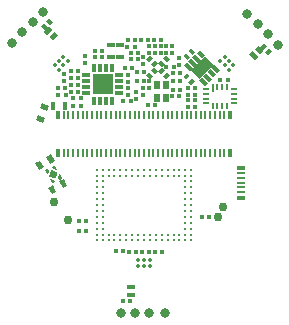
<source format=gbs>
G75*
%MOIN*%
%OFA0B0*%
%FSLAX25Y25*%
%IPPOS*%
%LPD*%
%AMOC8*
5,1,8,0,0,1.08239X$1,22.5*
%
%ADD10C,0.01381*%
%ADD11R,0.01106X0.03153*%
%ADD12R,0.01578X0.03153*%
%ADD13R,0.01775X0.01381*%
%ADD14R,0.01381X0.01775*%
%ADD15R,0.01775X0.02562*%
%ADD16R,0.02562X0.01775*%
%ADD17C,0.02956*%
%ADD18C,0.00987*%
%ADD19C,0.00200*%
%ADD20R,0.02169X0.02562*%
%ADD21R,0.01086X0.02023*%
%ADD22R,0.01086X0.02810*%
%ADD23R,0.02023X0.01086*%
%ADD24R,0.03153X0.01106*%
%ADD25R,0.03153X0.01578*%
%ADD26C,0.03153*%
%ADD27R,0.02562X0.01578*%
%ADD28R,0.01578X0.02562*%
%ADD29R,0.02700X0.01400*%
%ADD30R,0.04100X0.06500*%
%ADD31R,0.03000X0.01400*%
%ADD32R,0.01400X0.03000*%
%ADD33R,0.06700X0.06700*%
D10*
X0088479Y0083105D03*
X0088479Y0085073D03*
X0090447Y0085073D03*
X0090447Y0083105D03*
X0092416Y0083105D03*
X0092416Y0085073D03*
X0118704Y0148538D03*
X0120096Y0149930D03*
X0118704Y0151322D03*
X0117312Y0152714D03*
X0115920Y0151322D03*
X0117312Y0149930D03*
X0064975Y0151322D03*
X0063583Y0152714D03*
X0062191Y0151322D03*
X0060799Y0149930D03*
X0062191Y0148538D03*
X0063583Y0149930D03*
D11*
X0063676Y0133242D03*
X0065251Y0133242D03*
X0066825Y0133242D03*
X0068400Y0133242D03*
X0069975Y0133242D03*
X0071550Y0133242D03*
X0073125Y0133242D03*
X0074699Y0133242D03*
X0076274Y0133242D03*
X0077849Y0133242D03*
X0079424Y0133242D03*
X0080999Y0133242D03*
X0082573Y0133242D03*
X0084148Y0133242D03*
X0085723Y0133242D03*
X0087298Y0133242D03*
X0088873Y0133242D03*
X0090447Y0133242D03*
X0092022Y0133242D03*
X0093597Y0133242D03*
X0095172Y0133242D03*
X0096747Y0133242D03*
X0098321Y0133242D03*
X0099896Y0133242D03*
X0101471Y0133242D03*
X0103046Y0133242D03*
X0104621Y0133242D03*
X0106195Y0133242D03*
X0107770Y0133242D03*
X0109345Y0133242D03*
X0110920Y0133242D03*
X0112495Y0133242D03*
X0114069Y0133242D03*
X0115644Y0133242D03*
X0117219Y0133242D03*
X0117219Y0120762D03*
X0115644Y0120762D03*
X0114069Y0120762D03*
X0112495Y0120762D03*
X0110920Y0120762D03*
X0109345Y0120762D03*
X0107770Y0120762D03*
X0106195Y0120762D03*
X0104621Y0120762D03*
X0103046Y0120762D03*
X0101471Y0120762D03*
X0099896Y0120762D03*
X0098321Y0120762D03*
X0096747Y0120762D03*
X0095172Y0120762D03*
X0093597Y0120762D03*
X0092022Y0120762D03*
X0090447Y0120762D03*
X0088873Y0120762D03*
X0087298Y0120762D03*
X0085723Y0120762D03*
X0084148Y0120762D03*
X0082573Y0120762D03*
X0080999Y0120762D03*
X0079424Y0120762D03*
X0077849Y0120762D03*
X0076274Y0120762D03*
X0074699Y0120762D03*
X0073125Y0120762D03*
X0071550Y0120762D03*
X0069975Y0120762D03*
X0068400Y0120762D03*
X0066825Y0120762D03*
X0065251Y0120762D03*
X0063676Y0120762D03*
D12*
X0061806Y0120762D03*
X0061806Y0133242D03*
X0119089Y0133242D03*
X0119089Y0120762D03*
D13*
X0107573Y0136057D03*
X0107573Y0138420D03*
X0107573Y0140034D03*
X0107573Y0142396D03*
X0105014Y0142357D03*
X0105014Y0139994D03*
X0105014Y0138420D03*
X0105014Y0136057D03*
X0092219Y0142357D03*
X0090172Y0142357D03*
X0090172Y0139994D03*
X0087888Y0138813D03*
X0087888Y0141175D03*
X0085251Y0140152D03*
X0085251Y0142514D03*
X0085172Y0144404D03*
X0085172Y0146766D03*
X0090223Y0150279D03*
X0090223Y0152642D03*
X0092022Y0154168D03*
X0093991Y0154168D03*
X0095959Y0154168D03*
X0097928Y0154168D03*
X0099896Y0154168D03*
X0099896Y0156530D03*
X0097928Y0156530D03*
X0095959Y0156530D03*
X0093991Y0156530D03*
X0092022Y0156530D03*
X0102022Y0152514D03*
X0102022Y0150152D03*
X0092219Y0144719D03*
X0070802Y0150585D03*
X0070802Y0152947D03*
X0063873Y0146963D03*
X0063873Y0144601D03*
X0066747Y0138892D03*
X0066747Y0136530D03*
X0069558Y0136530D03*
X0069558Y0138892D03*
D14*
X0068558Y0140908D03*
X0068558Y0143241D03*
X0068558Y0145574D03*
X0068558Y0147908D03*
X0066195Y0147908D03*
X0066195Y0145574D03*
X0066195Y0143241D03*
X0064069Y0142475D03*
X0064306Y0139994D03*
X0066195Y0140908D03*
X0061943Y0139994D03*
X0061707Y0142475D03*
X0073951Y0152672D03*
X0073951Y0154876D03*
X0076314Y0154876D03*
X0076314Y0152672D03*
X0083991Y0148971D03*
X0086353Y0148971D03*
X0088220Y0147709D03*
X0090582Y0147709D03*
G36*
X0091253Y0146779D02*
X0092229Y0147755D01*
X0093483Y0146501D01*
X0092507Y0145525D01*
X0091253Y0146779D01*
G37*
X0090447Y0144719D03*
X0088085Y0144719D03*
G36*
X0092924Y0148449D02*
X0093900Y0149425D01*
X0095154Y0148171D01*
X0094178Y0147195D01*
X0092924Y0148449D01*
G37*
G36*
X0094178Y0151692D02*
X0095154Y0150716D01*
X0093900Y0149462D01*
X0092924Y0150438D01*
X0094178Y0151692D01*
G37*
G36*
X0092507Y0153362D02*
X0093483Y0152386D01*
X0092229Y0151132D01*
X0091253Y0152108D01*
X0092507Y0153362D01*
G37*
X0088473Y0154168D03*
X0088473Y0152199D03*
X0086110Y0152199D03*
X0086110Y0154168D03*
X0084936Y0155979D03*
X0085172Y0158262D03*
X0087534Y0158262D03*
X0089424Y0158262D03*
X0087298Y0155979D03*
X0091786Y0158262D03*
X0093676Y0158262D03*
X0096038Y0158262D03*
G36*
X0099091Y0152108D02*
X0098115Y0151132D01*
X0096861Y0152386D01*
X0097837Y0153362D01*
X0099091Y0152108D01*
G37*
G36*
X0097420Y0150438D02*
X0096444Y0149462D01*
X0095190Y0150716D01*
X0096166Y0151692D01*
X0097420Y0150438D01*
G37*
X0097928Y0149443D03*
G36*
X0096087Y0147195D02*
X0095111Y0148171D01*
X0096365Y0149425D01*
X0097341Y0148449D01*
X0096087Y0147195D01*
G37*
G36*
X0097758Y0145525D02*
X0096782Y0146501D01*
X0098036Y0147755D01*
X0099012Y0146779D01*
X0097758Y0145525D01*
G37*
X0100093Y0144719D03*
X0102455Y0144719D03*
X0102337Y0147238D03*
X0099975Y0147238D03*
X0100290Y0149443D03*
G36*
X0104434Y0145226D02*
X0103458Y0146202D01*
X0104712Y0147456D01*
X0105688Y0146480D01*
X0104434Y0145226D01*
G37*
G36*
X0106104Y0143556D02*
X0105128Y0144532D01*
X0106382Y0145786D01*
X0107358Y0144810D01*
X0106104Y0143556D01*
G37*
X0102455Y0141727D03*
X0102258Y0139601D03*
X0099896Y0139601D03*
X0100093Y0141727D03*
X0094148Y0136884D03*
X0091786Y0136884D03*
X0085959Y0138026D03*
X0083597Y0138026D03*
G36*
X0105845Y0152800D02*
X0104869Y0151824D01*
X0103615Y0153078D01*
X0104591Y0154054D01*
X0105845Y0152800D01*
G37*
G36*
X0107516Y0154470D02*
X0106540Y0153494D01*
X0105286Y0154748D01*
X0106262Y0155724D01*
X0107516Y0154470D01*
G37*
X0115920Y0145034D03*
X0118282Y0145034D03*
G36*
X0130202Y0155051D02*
X0129226Y0156027D01*
X0130480Y0157281D01*
X0131456Y0156305D01*
X0130202Y0155051D01*
G37*
G36*
X0131872Y0153380D02*
X0130896Y0154356D01*
X0132150Y0155610D01*
X0133126Y0154634D01*
X0131872Y0153380D01*
G37*
X0112140Y0099364D03*
X0109778Y0099364D03*
X0096353Y0087829D03*
X0093991Y0087829D03*
X0092022Y0087829D03*
X0089660Y0087829D03*
X0087692Y0087829D03*
X0085329Y0087829D03*
X0083558Y0088223D03*
X0081195Y0088223D03*
X0071156Y0094719D03*
X0071117Y0098065D03*
X0068755Y0098065D03*
X0068794Y0094719D03*
X0083282Y0071451D03*
X0085644Y0071451D03*
G36*
X0058462Y0162819D02*
X0057486Y0161843D01*
X0056232Y0163097D01*
X0057208Y0164073D01*
X0058462Y0162819D01*
G37*
G36*
X0060132Y0164490D02*
X0059156Y0163514D01*
X0057902Y0164768D01*
X0058878Y0165744D01*
X0060132Y0164490D01*
G37*
D15*
X0060001Y0136530D03*
G36*
X0055741Y0135636D02*
X0056283Y0137324D01*
X0058721Y0136540D01*
X0058179Y0134852D01*
X0055741Y0135636D01*
G37*
G36*
X0054457Y0131637D02*
X0054999Y0133325D01*
X0057437Y0132541D01*
X0056895Y0130853D01*
X0054457Y0131637D01*
G37*
X0064201Y0136530D03*
G36*
X0057895Y0119383D02*
X0059445Y0120246D01*
X0060691Y0118009D01*
X0059141Y0117146D01*
X0057895Y0119383D01*
G37*
G36*
X0054225Y0117341D02*
X0055775Y0118204D01*
X0057021Y0115967D01*
X0055471Y0115104D01*
X0054225Y0117341D01*
G37*
G36*
X0058418Y0109199D02*
X0059968Y0110062D01*
X0061214Y0107825D01*
X0059664Y0106962D01*
X0058418Y0109199D01*
G37*
G36*
X0062088Y0111242D02*
X0063638Y0112105D01*
X0064884Y0109868D01*
X0063334Y0109005D01*
X0062088Y0111242D01*
G37*
D16*
X0079503Y0152619D03*
X0082337Y0152619D03*
X0082337Y0156819D03*
X0079503Y0156819D03*
D17*
X0060447Y0104443D03*
X0065251Y0098262D03*
X0115086Y0099387D03*
X0116618Y0102635D03*
D18*
X0074699Y0091569D03*
X0074699Y0093538D03*
X0074699Y0095506D03*
X0074699Y0097475D03*
X0074699Y0099443D03*
X0074699Y0101412D03*
X0074699Y0103380D03*
X0074699Y0105349D03*
X0074699Y0107317D03*
X0074699Y0109286D03*
X0074699Y0111254D03*
X0074699Y0113223D03*
X0074699Y0115191D03*
X0076668Y0115191D03*
X0076668Y0113223D03*
X0076668Y0111254D03*
X0076668Y0109286D03*
X0076668Y0107317D03*
X0076668Y0105349D03*
X0076668Y0103380D03*
X0076668Y0101412D03*
X0076668Y0099443D03*
X0076668Y0097475D03*
X0076668Y0095506D03*
X0076668Y0093538D03*
X0076668Y0091569D03*
X0078636Y0091569D03*
X0078636Y0093538D03*
X0080605Y0093538D03*
X0082573Y0093538D03*
X0082573Y0091569D03*
X0080605Y0091569D03*
X0084542Y0091569D03*
X0086510Y0091569D03*
X0086510Y0093538D03*
X0084542Y0093538D03*
X0088479Y0093538D03*
X0090447Y0093538D03*
X0090447Y0091569D03*
X0088479Y0091569D03*
X0092416Y0091569D03*
X0094384Y0091569D03*
X0094384Y0093538D03*
X0092416Y0093538D03*
X0096353Y0093538D03*
X0098321Y0093538D03*
X0098321Y0091569D03*
X0096353Y0091569D03*
X0100290Y0091569D03*
X0102258Y0091569D03*
X0102258Y0093538D03*
X0100290Y0093538D03*
X0104227Y0093538D03*
X0104227Y0095506D03*
X0106195Y0095506D03*
X0106195Y0093538D03*
X0106195Y0091569D03*
X0104227Y0091569D03*
X0104227Y0097475D03*
X0104227Y0099443D03*
X0106195Y0099443D03*
X0106195Y0097475D03*
X0106195Y0101412D03*
X0104227Y0101412D03*
X0104227Y0103380D03*
X0106195Y0103380D03*
X0106195Y0105349D03*
X0104227Y0105349D03*
X0104227Y0107317D03*
X0106195Y0107317D03*
X0106195Y0109286D03*
X0104227Y0109286D03*
X0104227Y0111254D03*
X0106195Y0111254D03*
X0106195Y0113223D03*
X0104227Y0113223D03*
X0104227Y0115191D03*
X0106195Y0115191D03*
X0102258Y0115191D03*
X0100290Y0115191D03*
X0100290Y0113223D03*
X0102258Y0113223D03*
X0098321Y0113223D03*
X0096353Y0113223D03*
X0096353Y0115191D03*
X0098321Y0115191D03*
X0094384Y0115191D03*
X0092416Y0115191D03*
X0092416Y0113223D03*
X0094384Y0113223D03*
X0090447Y0113223D03*
X0088479Y0113223D03*
X0088479Y0115191D03*
X0090447Y0115191D03*
X0086510Y0115191D03*
X0084542Y0115191D03*
X0084542Y0113223D03*
X0086510Y0113223D03*
X0082573Y0113223D03*
X0080605Y0113223D03*
X0080605Y0115191D03*
X0082573Y0115191D03*
X0078636Y0115191D03*
X0078636Y0113223D03*
D19*
X0062613Y0112502D02*
X0062062Y0112195D01*
X0061775Y0112711D01*
X0062019Y0113568D01*
X0062613Y0112502D01*
X0062589Y0112544D02*
X0061868Y0112544D01*
X0061784Y0112743D02*
X0062478Y0112743D01*
X0062368Y0112941D02*
X0061840Y0112941D01*
X0061897Y0113140D02*
X0062257Y0113140D01*
X0062147Y0113338D02*
X0061954Y0113338D01*
X0062010Y0113537D02*
X0062036Y0113537D01*
X0061081Y0113735D02*
X0059116Y0113735D01*
X0059059Y0113537D02*
X0061024Y0113537D01*
X0060968Y0113338D02*
X0059003Y0113338D01*
X0058946Y0113140D02*
X0060911Y0113140D01*
X0060855Y0112941D02*
X0059449Y0112941D01*
X0058932Y0113089D02*
X0060749Y0112571D01*
X0061267Y0114388D01*
X0059449Y0114906D01*
X0058932Y0113089D01*
X0059172Y0113934D02*
X0061137Y0113934D01*
X0061194Y0114132D02*
X0059229Y0114132D01*
X0059286Y0114331D02*
X0061250Y0114331D01*
X0060772Y0114529D02*
X0059342Y0114529D01*
X0059399Y0114728D02*
X0060075Y0114728D01*
X0060109Y0115704D02*
X0059822Y0116220D01*
X0060372Y0116526D01*
X0060966Y0115460D01*
X0060109Y0115704D01*
X0060100Y0115720D02*
X0060821Y0115720D01*
X0060749Y0115522D02*
X0060932Y0115522D01*
X0060711Y0115919D02*
X0059990Y0115919D01*
X0059879Y0116117D02*
X0060600Y0116117D01*
X0060490Y0116316D02*
X0059994Y0116316D01*
X0060351Y0116514D02*
X0060379Y0116514D01*
X0058136Y0115282D02*
X0057586Y0114976D01*
X0058179Y0113909D01*
X0058424Y0114766D01*
X0058136Y0115282D01*
X0058224Y0115125D02*
X0057854Y0115125D01*
X0057613Y0114926D02*
X0058334Y0114926D01*
X0058413Y0114728D02*
X0057724Y0114728D01*
X0057834Y0114529D02*
X0058356Y0114529D01*
X0058300Y0114331D02*
X0057945Y0114331D01*
X0058055Y0114132D02*
X0058243Y0114132D01*
X0058187Y0113934D02*
X0058166Y0113934D01*
X0059233Y0112017D02*
X0060089Y0111773D01*
X0060377Y0111257D01*
X0059826Y0110951D01*
X0059233Y0112017D01*
X0059271Y0111949D02*
X0059473Y0111949D01*
X0059381Y0111750D02*
X0060102Y0111750D01*
X0060213Y0111552D02*
X0059492Y0111552D01*
X0059602Y0111353D02*
X0060323Y0111353D01*
X0060193Y0111155D02*
X0059713Y0111155D01*
X0059823Y0110956D02*
X0059836Y0110956D01*
X0060146Y0112743D02*
X0060798Y0112743D01*
X0061978Y0112346D02*
X0062332Y0112346D01*
D20*
X0094778Y0139207D03*
X0097928Y0139207D03*
X0097928Y0143538D03*
X0094778Y0143538D03*
D21*
X0113361Y0136490D03*
X0114936Y0136490D03*
X0116510Y0136490D03*
X0118085Y0136490D03*
X0118085Y0142790D03*
X0116510Y0142790D03*
X0114936Y0142790D03*
D22*
X0113361Y0142396D03*
D23*
X0110999Y0142002D03*
X0110999Y0140427D03*
X0110999Y0138853D03*
X0110999Y0137278D03*
X0120447Y0137278D03*
X0120447Y0138853D03*
X0120447Y0140427D03*
X0120447Y0142002D03*
D24*
X0122672Y0114010D03*
X0122672Y0112435D03*
X0122672Y0110861D03*
X0122672Y0109286D03*
X0122672Y0107711D03*
D25*
X0122672Y0105841D03*
X0122672Y0115880D03*
D26*
X0135129Y0156889D03*
X0131788Y0160230D03*
X0128447Y0163571D03*
X0124828Y0167190D03*
X0056623Y0167747D03*
X0053283Y0164406D03*
X0049942Y0161065D03*
X0046323Y0157446D03*
X0082770Y0067553D03*
X0087495Y0067553D03*
X0092219Y0067553D03*
X0097337Y0067553D03*
D27*
X0086235Y0073400D03*
X0086235Y0075959D03*
D28*
G36*
X0128486Y0152876D02*
X0127370Y0151760D01*
X0125560Y0153570D01*
X0126676Y0154686D01*
X0128486Y0152876D01*
G37*
G36*
X0130296Y0154686D02*
X0129180Y0153570D01*
X0127370Y0155380D01*
X0128486Y0156496D01*
X0130296Y0154686D01*
G37*
G36*
X0060715Y0161183D02*
X0061831Y0160067D01*
X0060021Y0158257D01*
X0058905Y0159373D01*
X0060715Y0161183D01*
G37*
G36*
X0058905Y0162992D02*
X0060021Y0161876D01*
X0058211Y0160066D01*
X0057095Y0161182D01*
X0058905Y0162992D01*
G37*
D29*
G36*
X0105714Y0148106D02*
X0103806Y0150014D01*
X0104796Y0151004D01*
X0106704Y0149096D01*
X0105714Y0148106D01*
G37*
G36*
X0107106Y0149498D02*
X0105198Y0151406D01*
X0106188Y0152396D01*
X0108096Y0150488D01*
X0107106Y0149498D01*
G37*
G36*
X0108498Y0150889D02*
X0106590Y0152797D01*
X0107580Y0153787D01*
X0109488Y0151879D01*
X0108498Y0150889D01*
G37*
G36*
X0109890Y0152281D02*
X0107982Y0154189D01*
X0108972Y0155179D01*
X0110880Y0153271D01*
X0109890Y0152281D01*
G37*
G36*
X0113447Y0145940D02*
X0111539Y0147848D01*
X0112529Y0148838D01*
X0114437Y0146930D01*
X0113447Y0145940D01*
G37*
G36*
X0112055Y0144548D02*
X0110147Y0146456D01*
X0111137Y0147446D01*
X0113045Y0145538D01*
X0112055Y0144548D01*
G37*
G36*
X0110663Y0143156D02*
X0108755Y0145064D01*
X0109745Y0146054D01*
X0111653Y0144146D01*
X0110663Y0143156D01*
G37*
G36*
X0114839Y0147332D02*
X0112931Y0149240D01*
X0113921Y0150230D01*
X0115829Y0148322D01*
X0114839Y0147332D01*
G37*
D30*
G36*
X0108970Y0145421D02*
X0106071Y0148320D01*
X0110666Y0152915D01*
X0113565Y0150016D01*
X0108970Y0145421D01*
G37*
D31*
X0082207Y0144601D03*
X0082207Y0146569D03*
X0082207Y0142632D03*
X0082207Y0140664D03*
X0071207Y0140664D03*
X0071207Y0142632D03*
X0071207Y0144601D03*
X0071207Y0146569D03*
D32*
X0073755Y0149116D03*
X0075723Y0149116D03*
X0077692Y0149116D03*
X0079660Y0149116D03*
X0079660Y0138116D03*
X0077692Y0138116D03*
X0075723Y0138116D03*
X0073755Y0138116D03*
D33*
X0076707Y0143616D03*
M02*

</source>
